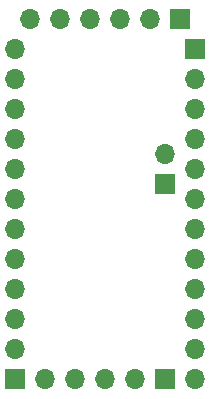
<source format=gbr>
%TF.GenerationSoftware,KiCad,Pcbnew,8.0.9-8.0.9-0~ubuntu22.04.1*%
%TF.CreationDate,2025-02-27T11:49:03+01:00*%
%TF.ProjectId,HB_Pro_Mini_ATMEGA1284P_FUEL4EP,48425f50-726f-45f4-9d69-6e695f41544d,V1.4*%
%TF.SameCoordinates,Original*%
%TF.FileFunction,Soldermask,Bot*%
%TF.FilePolarity,Negative*%
%FSLAX46Y46*%
G04 Gerber Fmt 4.6, Leading zero omitted, Abs format (unit mm)*
G04 Created by KiCad (PCBNEW 8.0.9-8.0.9-0~ubuntu22.04.1) date 2025-02-27 11:49:03*
%MOMM*%
%LPD*%
G01*
G04 APERTURE LIST*
%ADD10R,1.700000X1.700000*%
%ADD11O,1.700000X1.700000*%
G04 APERTURE END LIST*
D10*
%TO.C,J1*%
X15240000Y31750000D03*
D11*
X12700000Y31750000D03*
X10160000Y31750000D03*
X7620000Y31750000D03*
X5080000Y31750000D03*
X2540000Y31750000D03*
%TD*%
D10*
%TO.C,J4*%
X13970000Y1270000D03*
D11*
X11430000Y1270000D03*
X8890000Y1270000D03*
X6350000Y1270000D03*
X3810000Y1270000D03*
%TD*%
D10*
%TO.C,J5*%
X13970000Y17780000D03*
D11*
X13970000Y20320000D03*
%TD*%
D10*
%TO.C,J3*%
X1270000Y1270000D03*
D11*
X1270000Y3810000D03*
X1270000Y6350000D03*
X1270000Y8890000D03*
X1270000Y11430000D03*
X1270000Y13970000D03*
X1270000Y16510000D03*
X1270000Y19050000D03*
X1270000Y21590000D03*
X1270000Y24130000D03*
X1270000Y26670000D03*
X1270000Y29210000D03*
%TD*%
D10*
%TO.C,J2*%
X16510000Y29210000D03*
D11*
X16510000Y26670000D03*
X16510000Y24130000D03*
X16510000Y21590000D03*
X16510000Y19050000D03*
X16510000Y16510000D03*
X16510000Y13970000D03*
X16510000Y11430000D03*
X16510000Y8890000D03*
X16510000Y6350000D03*
X16510000Y3810000D03*
X16510000Y1270000D03*
%TD*%
M02*

</source>
